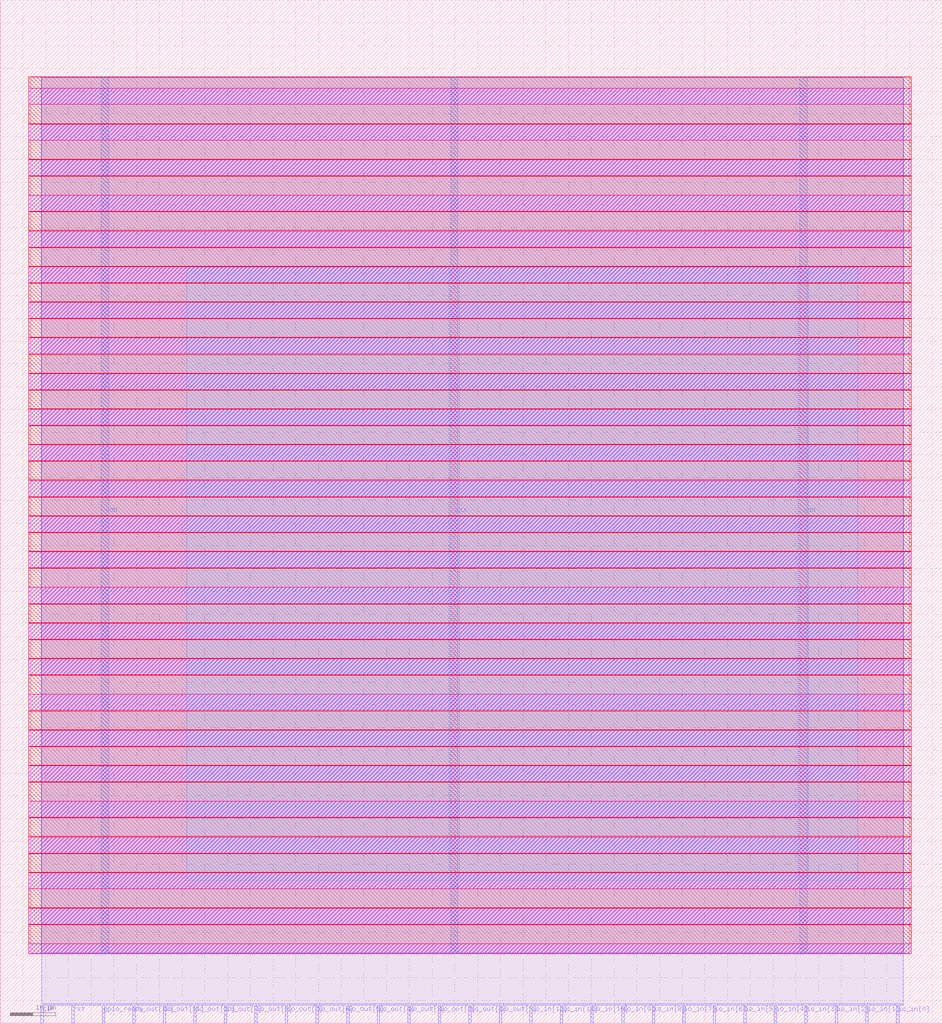
<source format=lef>
VERSION 5.7 ;
  NOWIREEXTENSIONATPIN ON ;
  DIVIDERCHAR "/" ;
  BUSBITCHARS "[]" ;
MACRO top_solo_squash
  CLASS BLOCK ;
  FOREIGN top_solo_squash ;
  ORIGIN 0.000 0.000 ;
  SIZE 207.185 BY 225.105 ;
  PIN clk
    DIRECTION INPUT ;
    USE SIGNAL ;
    ANTENNAGATEAREA 4.738000 ;
    ANTENNADIFFAREA 0.410400 ;
    PORT
      LAYER Metal2 ;
        RECT 8.960 0.000 9.520 4.000 ;
    END
  END clk
  PIN gpio_ready
    DIRECTION INPUT ;
    USE SIGNAL ;
    ANTENNAGATEAREA 0.741000 ;
    ANTENNADIFFAREA 0.410400 ;
    PORT
      LAYER Metal2 ;
        RECT 22.400 0.000 22.960 4.000 ;
    END
  END gpio_ready
  PIN io_in[0]
    DIRECTION INPUT ;
    USE SIGNAL ;
    ANTENNAGATEAREA 0.396000 ;
    ANTENNADIFFAREA 0.410400 ;
    PORT
      LAYER Metal2 ;
        RECT 197.120 0.000 197.680 4.000 ;
    END
  END io_in[0]
  PIN io_in[10]
    DIRECTION INPUT ;
    USE SIGNAL ;
    PORT
      LAYER Metal2 ;
        RECT 129.920 0.000 130.480 4.000 ;
    END
  END io_in[10]
  PIN io_in[11]
    DIRECTION INPUT ;
    USE SIGNAL ;
    PORT
      LAYER Metal2 ;
        RECT 123.200 0.000 123.760 4.000 ;
    END
  END io_in[11]
  PIN io_in[12]
    DIRECTION INPUT ;
    USE SIGNAL ;
    PORT
      LAYER Metal2 ;
        RECT 116.480 0.000 117.040 4.000 ;
    END
  END io_in[12]
  PIN io_in[1]
    DIRECTION INPUT ;
    USE SIGNAL ;
    ANTENNAGATEAREA 0.396000 ;
    ANTENNADIFFAREA 0.410400 ;
    PORT
      LAYER Metal2 ;
        RECT 190.400 0.000 190.960 4.000 ;
    END
  END io_in[1]
  PIN io_in[2]
    DIRECTION INPUT ;
    USE SIGNAL ;
    ANTENNAGATEAREA 0.396000 ;
    ANTENNADIFFAREA 0.410400 ;
    PORT
      LAYER Metal2 ;
        RECT 183.680 0.000 184.240 4.000 ;
    END
  END io_in[2]
  PIN io_in[3]
    DIRECTION INPUT ;
    USE SIGNAL ;
    ANTENNAGATEAREA 0.396000 ;
    ANTENNADIFFAREA 0.410400 ;
    PORT
      LAYER Metal2 ;
        RECT 176.960 0.000 177.520 4.000 ;
    END
  END io_in[3]
  PIN io_in[4]
    DIRECTION INPUT ;
    USE SIGNAL ;
    ANTENNAGATEAREA 0.396000 ;
    ANTENNADIFFAREA 0.410400 ;
    PORT
      LAYER Metal2 ;
        RECT 170.240 0.000 170.800 4.000 ;
    END
  END io_in[4]
  PIN io_in[5]
    DIRECTION INPUT ;
    USE SIGNAL ;
    PORT
      LAYER Metal2 ;
        RECT 163.520 0.000 164.080 4.000 ;
    END
  END io_in[5]
  PIN io_in[6]
    DIRECTION INPUT ;
    USE SIGNAL ;
    PORT
      LAYER Metal2 ;
        RECT 156.800 0.000 157.360 4.000 ;
    END
  END io_in[6]
  PIN io_in[7]
    DIRECTION INPUT ;
    USE SIGNAL ;
    PORT
      LAYER Metal2 ;
        RECT 150.080 0.000 150.640 4.000 ;
    END
  END io_in[7]
  PIN io_in[8]
    DIRECTION INPUT ;
    USE SIGNAL ;
    PORT
      LAYER Metal2 ;
        RECT 143.360 0.000 143.920 4.000 ;
    END
  END io_in[8]
  PIN io_in[9]
    DIRECTION INPUT ;
    USE SIGNAL ;
    PORT
      LAYER Metal2 ;
        RECT 136.640 0.000 137.200 4.000 ;
    END
  END io_in[9]
  PIN io_out[0]
    DIRECTION OUTPUT TRISTATE ;
    USE SIGNAL ;
    ANTENNADIFFAREA 0.360800 ;
    PORT
      LAYER Metal2 ;
        RECT 109.760 0.000 110.320 4.000 ;
    END
  END io_out[0]
  PIN io_out[10]
    DIRECTION OUTPUT TRISTATE ;
    USE SIGNAL ;
    ANTENNADIFFAREA 4.731200 ;
    PORT
      LAYER Metal2 ;
        RECT 42.560 0.000 43.120 4.000 ;
    END
  END io_out[10]
  PIN io_out[11]
    DIRECTION OUTPUT TRISTATE ;
    USE SIGNAL ;
    ANTENNADIFFAREA 4.731200 ;
    PORT
      LAYER Metal2 ;
        RECT 35.840 0.000 36.400 4.000 ;
    END
  END io_out[11]
  PIN io_out[12]
    DIRECTION OUTPUT TRISTATE ;
    USE SIGNAL ;
    ANTENNADIFFAREA 4.731200 ;
    PORT
      LAYER Metal2 ;
        RECT 29.120 0.000 29.680 4.000 ;
    END
  END io_out[12]
  PIN io_out[1]
    DIRECTION OUTPUT TRISTATE ;
    USE SIGNAL ;
    ANTENNADIFFAREA 0.360800 ;
    PORT
      LAYER Metal2 ;
        RECT 103.040 0.000 103.600 4.000 ;
    END
  END io_out[1]
  PIN io_out[2]
    DIRECTION OUTPUT TRISTATE ;
    USE SIGNAL ;
    ANTENNADIFFAREA 0.360800 ;
    PORT
      LAYER Metal2 ;
        RECT 96.320 0.000 96.880 4.000 ;
    END
  END io_out[2]
  PIN io_out[3]
    DIRECTION OUTPUT TRISTATE ;
    USE SIGNAL ;
    ANTENNADIFFAREA 0.360800 ;
    PORT
      LAYER Metal2 ;
        RECT 89.600 0.000 90.160 4.000 ;
    END
  END io_out[3]
  PIN io_out[4]
    DIRECTION OUTPUT TRISTATE ;
    USE SIGNAL ;
    ANTENNADIFFAREA 0.360800 ;
    PORT
      LAYER Metal2 ;
        RECT 82.880 0.000 83.440 4.000 ;
    END
  END io_out[4]
  PIN io_out[5]
    DIRECTION OUTPUT TRISTATE ;
    USE SIGNAL ;
    ANTENNADIFFAREA 4.731200 ;
    PORT
      LAYER Metal2 ;
        RECT 76.160 0.000 76.720 4.000 ;
    END
  END io_out[5]
  PIN io_out[6]
    DIRECTION OUTPUT TRISTATE ;
    USE SIGNAL ;
    ANTENNADIFFAREA 4.731200 ;
    PORT
      LAYER Metal2 ;
        RECT 69.440 0.000 70.000 4.000 ;
    END
  END io_out[6]
  PIN io_out[7]
    DIRECTION OUTPUT TRISTATE ;
    USE SIGNAL ;
    ANTENNADIFFAREA 4.731200 ;
    PORT
      LAYER Metal2 ;
        RECT 62.720 0.000 63.280 4.000 ;
    END
  END io_out[7]
  PIN io_out[8]
    DIRECTION OUTPUT TRISTATE ;
    USE SIGNAL ;
    ANTENNADIFFAREA 4.731200 ;
    PORT
      LAYER Metal2 ;
        RECT 56.000 0.000 56.560 4.000 ;
    END
  END io_out[8]
  PIN io_out[9]
    DIRECTION OUTPUT TRISTATE ;
    USE SIGNAL ;
    ANTENNADIFFAREA 4.731200 ;
    PORT
      LAYER Metal2 ;
        RECT 49.280 0.000 49.840 4.000 ;
    END
  END io_out[9]
  PIN rst
    DIRECTION INPUT ;
    USE SIGNAL ;
    ANTENNAGATEAREA 0.741000 ;
    ANTENNADIFFAREA 0.410400 ;
    PORT
      LAYER Metal2 ;
        RECT 15.680 0.000 16.240 4.000 ;
    END
  END rst
  PIN vdd
    DIRECTION INOUT ;
    USE POWER ;
    PORT
      LAYER Metal4 ;
        RECT 22.240 15.380 23.840 208.060 ;
    END
    PORT
      LAYER Metal4 ;
        RECT 175.840 15.380 177.440 208.060 ;
    END
  END vdd
  PIN vss
    DIRECTION INOUT ;
    USE GROUND ;
    PORT
      LAYER Metal4 ;
        RECT 99.040 15.380 100.640 208.060 ;
    END
  END vss
  OBS
      LAYER Nwell ;
        RECT 6.290 205.600 200.350 208.190 ;
      LAYER Pwell ;
        RECT 6.290 202.080 200.350 205.600 ;
      LAYER Nwell ;
        RECT 6.290 197.885 200.350 202.080 ;
        RECT 6.290 197.760 59.400 197.885 ;
      LAYER Pwell ;
        RECT 6.290 194.240 200.350 197.760 ;
      LAYER Nwell ;
        RECT 6.290 190.045 200.350 194.240 ;
        RECT 6.290 189.920 92.320 190.045 ;
      LAYER Pwell ;
        RECT 6.290 186.400 200.350 189.920 ;
      LAYER Nwell ;
        RECT 6.290 186.275 136.680 186.400 ;
        RECT 6.290 182.080 200.350 186.275 ;
      LAYER Pwell ;
        RECT 6.290 178.560 200.350 182.080 ;
      LAYER Nwell ;
        RECT 6.290 178.435 34.545 178.560 ;
        RECT 6.290 174.365 200.350 178.435 ;
        RECT 6.290 174.240 32.305 174.365 ;
      LAYER Pwell ;
        RECT 6.290 170.720 200.350 174.240 ;
      LAYER Nwell ;
        RECT 6.290 170.595 130.305 170.720 ;
        RECT 6.290 166.525 200.350 170.595 ;
        RECT 6.290 166.400 39.350 166.525 ;
      LAYER Pwell ;
        RECT 6.290 162.880 200.350 166.400 ;
      LAYER Nwell ;
        RECT 6.290 162.755 110.360 162.880 ;
        RECT 6.290 158.685 200.350 162.755 ;
        RECT 6.290 158.560 44.950 158.685 ;
      LAYER Pwell ;
        RECT 6.290 155.040 200.350 158.560 ;
      LAYER Nwell ;
        RECT 6.290 154.915 18.305 155.040 ;
        RECT 6.290 150.845 200.350 154.915 ;
        RECT 6.290 150.720 133.430 150.845 ;
      LAYER Pwell ;
        RECT 6.290 147.200 200.350 150.720 ;
      LAYER Nwell ;
        RECT 6.290 147.075 13.265 147.200 ;
        RECT 6.290 143.005 200.350 147.075 ;
        RECT 6.290 142.880 59.280 143.005 ;
      LAYER Pwell ;
        RECT 6.290 139.360 200.350 142.880 ;
      LAYER Nwell ;
        RECT 6.290 139.235 23.345 139.360 ;
        RECT 6.290 135.165 200.350 139.235 ;
        RECT 6.290 135.040 12.705 135.165 ;
      LAYER Pwell ;
        RECT 6.290 131.520 200.350 135.040 ;
      LAYER Nwell ;
        RECT 6.290 131.395 103.985 131.520 ;
        RECT 6.290 127.325 200.350 131.395 ;
        RECT 6.290 127.200 76.760 127.325 ;
      LAYER Pwell ;
        RECT 6.290 123.680 200.350 127.200 ;
      LAYER Nwell ;
        RECT 6.290 123.555 14.990 123.680 ;
        RECT 6.290 119.485 200.350 123.555 ;
        RECT 6.290 119.360 45.745 119.485 ;
      LAYER Pwell ;
        RECT 6.290 115.840 200.350 119.360 ;
      LAYER Nwell ;
        RECT 6.290 115.715 71.720 115.840 ;
        RECT 6.290 111.645 200.350 115.715 ;
        RECT 6.290 111.520 38.560 111.645 ;
      LAYER Pwell ;
        RECT 6.290 108.000 200.350 111.520 ;
      LAYER Nwell ;
        RECT 6.290 107.875 139.265 108.000 ;
        RECT 6.290 103.805 200.350 107.875 ;
        RECT 6.290 103.680 12.705 103.805 ;
      LAYER Pwell ;
        RECT 6.290 100.160 200.350 103.680 ;
      LAYER Nwell ;
        RECT 6.290 100.035 116.070 100.160 ;
        RECT 6.290 95.840 200.350 100.035 ;
      LAYER Pwell ;
        RECT 6.290 92.320 200.350 95.840 ;
      LAYER Nwell ;
        RECT 6.290 92.195 167.360 92.320 ;
        RECT 6.290 88.125 200.350 92.195 ;
        RECT 6.290 88.000 12.705 88.125 ;
      LAYER Pwell ;
        RECT 6.290 84.480 200.350 88.000 ;
      LAYER Nwell ;
        RECT 6.290 84.355 137.585 84.480 ;
        RECT 6.290 80.285 200.350 84.355 ;
        RECT 6.290 80.160 167.480 80.285 ;
      LAYER Pwell ;
        RECT 6.290 76.640 200.350 80.160 ;
      LAYER Nwell ;
        RECT 6.290 76.515 72.840 76.640 ;
        RECT 6.290 72.320 200.350 76.515 ;
      LAYER Pwell ;
        RECT 6.290 68.800 200.350 72.320 ;
      LAYER Nwell ;
        RECT 6.290 68.675 13.265 68.800 ;
        RECT 6.290 64.605 200.350 68.675 ;
        RECT 6.290 64.480 134.965 64.605 ;
      LAYER Pwell ;
        RECT 6.290 60.960 200.350 64.480 ;
      LAYER Nwell ;
        RECT 6.290 60.835 15.505 60.960 ;
        RECT 6.290 56.765 200.350 60.835 ;
        RECT 6.290 56.640 77.880 56.765 ;
      LAYER Pwell ;
        RECT 6.290 53.120 200.350 56.640 ;
      LAYER Nwell ;
        RECT 6.290 52.995 109.585 53.120 ;
        RECT 6.290 48.800 200.350 52.995 ;
      LAYER Pwell ;
        RECT 6.290 45.280 200.350 48.800 ;
      LAYER Nwell ;
        RECT 6.290 45.155 12.705 45.280 ;
        RECT 6.290 41.085 200.350 45.155 ;
        RECT 6.290 40.960 91.880 41.085 ;
      LAYER Pwell ;
        RECT 6.290 37.440 200.350 40.960 ;
      LAYER Nwell ;
        RECT 6.290 37.315 13.825 37.440 ;
        RECT 6.290 33.245 200.350 37.315 ;
        RECT 6.290 33.120 93.345 33.245 ;
      LAYER Pwell ;
        RECT 6.290 29.600 200.350 33.120 ;
      LAYER Nwell ;
        RECT 6.290 25.405 200.350 29.600 ;
        RECT 6.290 25.280 13.265 25.405 ;
      LAYER Pwell ;
        RECT 6.290 21.760 200.350 25.280 ;
      LAYER Nwell ;
        RECT 6.290 21.635 107.560 21.760 ;
        RECT 6.290 17.440 200.350 21.635 ;
      LAYER Pwell ;
        RECT 6.290 15.250 200.350 17.440 ;
      LAYER Metal1 ;
        RECT 6.720 15.380 199.920 208.060 ;
      LAYER Metal2 ;
        RECT 9.100 4.300 198.660 207.950 ;
        RECT 9.820 4.000 15.380 4.300 ;
        RECT 16.540 4.000 22.100 4.300 ;
        RECT 23.260 4.000 28.820 4.300 ;
        RECT 29.980 4.000 35.540 4.300 ;
        RECT 36.700 4.000 42.260 4.300 ;
        RECT 43.420 4.000 48.980 4.300 ;
        RECT 50.140 4.000 55.700 4.300 ;
        RECT 56.860 4.000 62.420 4.300 ;
        RECT 63.580 4.000 69.140 4.300 ;
        RECT 70.300 4.000 75.860 4.300 ;
        RECT 77.020 4.000 82.580 4.300 ;
        RECT 83.740 4.000 89.300 4.300 ;
        RECT 90.460 4.000 96.020 4.300 ;
        RECT 97.180 4.000 102.740 4.300 ;
        RECT 103.900 4.000 109.460 4.300 ;
        RECT 110.620 4.000 116.180 4.300 ;
        RECT 117.340 4.000 122.900 4.300 ;
        RECT 124.060 4.000 129.620 4.300 ;
        RECT 130.780 4.000 136.340 4.300 ;
        RECT 137.500 4.000 143.060 4.300 ;
        RECT 144.220 4.000 149.780 4.300 ;
        RECT 150.940 4.000 156.500 4.300 ;
        RECT 157.660 4.000 163.220 4.300 ;
        RECT 164.380 4.000 169.940 4.300 ;
        RECT 171.100 4.000 176.660 4.300 ;
        RECT 177.820 4.000 183.380 4.300 ;
        RECT 184.540 4.000 190.100 4.300 ;
        RECT 191.260 4.000 196.820 4.300 ;
        RECT 197.980 4.000 198.660 4.300 ;
      LAYER Metal3 ;
        RECT 9.050 15.540 198.710 207.900 ;
      LAYER Metal4 ;
        RECT 41.020 31.450 98.740 166.230 ;
        RECT 100.940 31.450 175.540 166.230 ;
        RECT 177.740 31.450 188.580 166.230 ;
  END
END top_solo_squash
END LIBRARY


</source>
